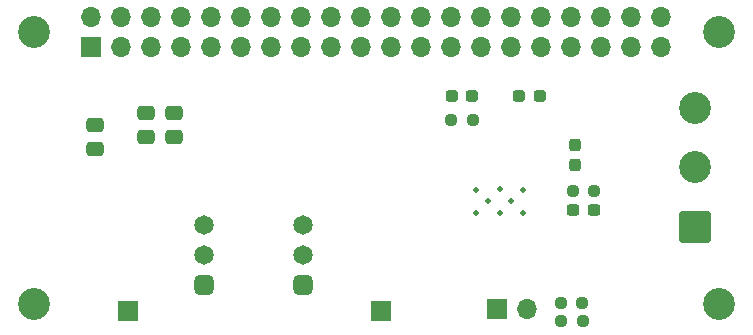
<source format=gbs>
G04 #@! TF.GenerationSoftware,KiCad,Pcbnew,8.0.8*
G04 #@! TF.CreationDate,2025-02-13T09:25:44+02:00*
G04 #@! TF.ProjectId,civic_serializer,63697669-635f-4736-9572-69616c697a65,rev?*
G04 #@! TF.SameCoordinates,Original*
G04 #@! TF.FileFunction,Soldermask,Bot*
G04 #@! TF.FilePolarity,Negative*
%FSLAX46Y46*%
G04 Gerber Fmt 4.6, Leading zero omitted, Abs format (unit mm)*
G04 Created by KiCad (PCBNEW 8.0.8) date 2025-02-13 09:25:44*
%MOMM*%
%LPD*%
G01*
G04 APERTURE LIST*
G04 Aperture macros list*
%AMRoundRect*
0 Rectangle with rounded corners*
0 $1 Rounding radius*
0 $2 $3 $4 $5 $6 $7 $8 $9 X,Y pos of 4 corners*
0 Add a 4 corners polygon primitive as box body*
4,1,4,$2,$3,$4,$5,$6,$7,$8,$9,$2,$3,0*
0 Add four circle primitives for the rounded corners*
1,1,$1+$1,$2,$3*
1,1,$1+$1,$4,$5*
1,1,$1+$1,$6,$7*
1,1,$1+$1,$8,$9*
0 Add four rect primitives between the rounded corners*
20,1,$1+$1,$2,$3,$4,$5,0*
20,1,$1+$1,$4,$5,$6,$7,0*
20,1,$1+$1,$6,$7,$8,$9,0*
20,1,$1+$1,$8,$9,$2,$3,0*%
G04 Aperture macros list end*
%ADD10C,2.700000*%
%ADD11RoundRect,0.412500X0.412500X-0.412500X0.412500X0.412500X-0.412500X0.412500X-0.412500X-0.412500X0*%
%ADD12C,1.650000*%
%ADD13RoundRect,0.250001X1.099999X-1.099999X1.099999X1.099999X-1.099999X1.099999X-1.099999X-1.099999X0*%
%ADD14C,0.500000*%
%ADD15R,1.700000X1.700000*%
%ADD16O,1.700000X1.700000*%
%ADD17RoundRect,0.250000X0.475000X-0.337500X0.475000X0.337500X-0.475000X0.337500X-0.475000X-0.337500X0*%
%ADD18RoundRect,0.237500X-0.237500X0.300000X-0.237500X-0.300000X0.237500X-0.300000X0.237500X0.300000X0*%
%ADD19RoundRect,0.237500X-0.250000X-0.237500X0.250000X-0.237500X0.250000X0.237500X-0.250000X0.237500X0*%
%ADD20RoundRect,0.237500X-0.287500X-0.237500X0.287500X-0.237500X0.287500X0.237500X-0.287500X0.237500X0*%
%ADD21RoundRect,0.250000X-0.475000X0.337500X-0.475000X-0.337500X0.475000X-0.337500X0.475000X0.337500X0*%
%ADD22RoundRect,0.237500X0.250000X0.237500X-0.250000X0.237500X-0.250000X-0.237500X0.250000X-0.237500X0*%
%ADD23RoundRect,0.237500X-0.300000X-0.237500X0.300000X-0.237500X0.300000X0.237500X-0.300000X0.237500X0*%
G04 APERTURE END LIST*
D10*
X161500000Y-73500000D03*
D11*
X126289000Y-94920000D03*
D12*
X126289000Y-92380000D03*
X126289000Y-89840000D03*
D13*
X159436000Y-89934000D03*
D10*
X159436000Y-84934000D03*
X159436000Y-79934000D03*
X103500000Y-96500000D03*
D14*
X140926000Y-88808000D03*
X142926000Y-88808000D03*
X144926000Y-88808000D03*
X141926000Y-87808000D03*
X143926000Y-87808000D03*
X140916000Y-86808000D03*
X144926000Y-86808000D03*
X142926000Y-86798000D03*
D10*
X103500000Y-73500000D03*
D11*
X117907000Y-94920000D03*
D12*
X117907000Y-92380000D03*
X117907000Y-89840000D03*
D15*
X132893000Y-97079000D03*
D10*
X161500000Y-96500000D03*
D15*
X142672000Y-96952000D03*
D16*
X145212000Y-96952000D03*
D15*
X111430000Y-97079000D03*
X108370000Y-74770000D03*
D16*
X108370000Y-72230000D03*
X110910000Y-74770000D03*
X110910000Y-72230000D03*
X113450000Y-74770000D03*
X113450000Y-72230000D03*
X115990000Y-74770000D03*
X115990000Y-72230000D03*
X118530000Y-74770000D03*
X118530000Y-72230000D03*
X121070000Y-74770000D03*
X121070000Y-72230000D03*
X123610000Y-74770000D03*
X123610000Y-72230000D03*
X126150000Y-74770000D03*
X126150000Y-72230000D03*
X128690000Y-74770000D03*
X128690000Y-72230000D03*
X131230000Y-74770000D03*
X131230000Y-72230000D03*
X133770000Y-74770000D03*
X133770000Y-72230000D03*
X136310000Y-74770000D03*
X136310000Y-72230000D03*
X138850000Y-74770000D03*
X138850000Y-72230000D03*
X141390000Y-74770000D03*
X141390000Y-72230000D03*
X143930000Y-74770000D03*
X143930000Y-72230000D03*
X146470000Y-74770000D03*
X146470000Y-72230000D03*
X149010000Y-74770000D03*
X149010000Y-72230000D03*
X151550000Y-74770000D03*
X151550000Y-72230000D03*
X154090000Y-74770000D03*
X154090000Y-72230000D03*
X156630000Y-74770000D03*
X156630000Y-72230000D03*
D17*
X115367000Y-82368500D03*
X115367000Y-80293500D03*
D18*
X149276000Y-83008500D03*
X149276000Y-84733500D03*
D19*
X148109500Y-96444000D03*
X149934500Y-96444000D03*
X149125500Y-86919000D03*
X150950500Y-86919000D03*
D17*
X112954000Y-82368500D03*
X112954000Y-80293500D03*
D20*
X138876000Y-78918000D03*
X140626000Y-78918000D03*
D21*
X108636000Y-81309500D03*
X108636000Y-83384500D03*
D20*
X144591000Y-78918000D03*
X146341000Y-78918000D03*
D19*
X148133000Y-97968000D03*
X149958000Y-97968000D03*
D22*
X140663500Y-80950000D03*
X138838500Y-80950000D03*
D23*
X149175500Y-88570000D03*
X150900500Y-88570000D03*
M02*

</source>
